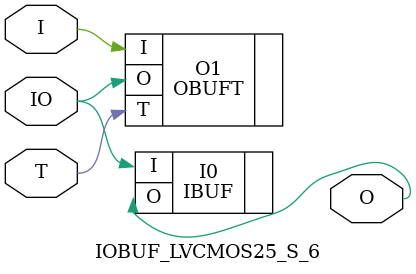
<source format=v>


`timescale  1 ps / 1 ps


module IOBUF_LVCMOS25_S_6 (O, IO, I, T);

    output O;

    inout  IO;

    input  I, T;

        OBUFT #(.IOSTANDARD("LVCMOS25"), .SLEW("SLOW"), .DRIVE(6)) O1 (.O(IO), .I(I), .T(T)); 
	IBUF #(.IOSTANDARD("LVCMOS25"))  I0 (.O(O), .I(IO));
        

endmodule



</source>
